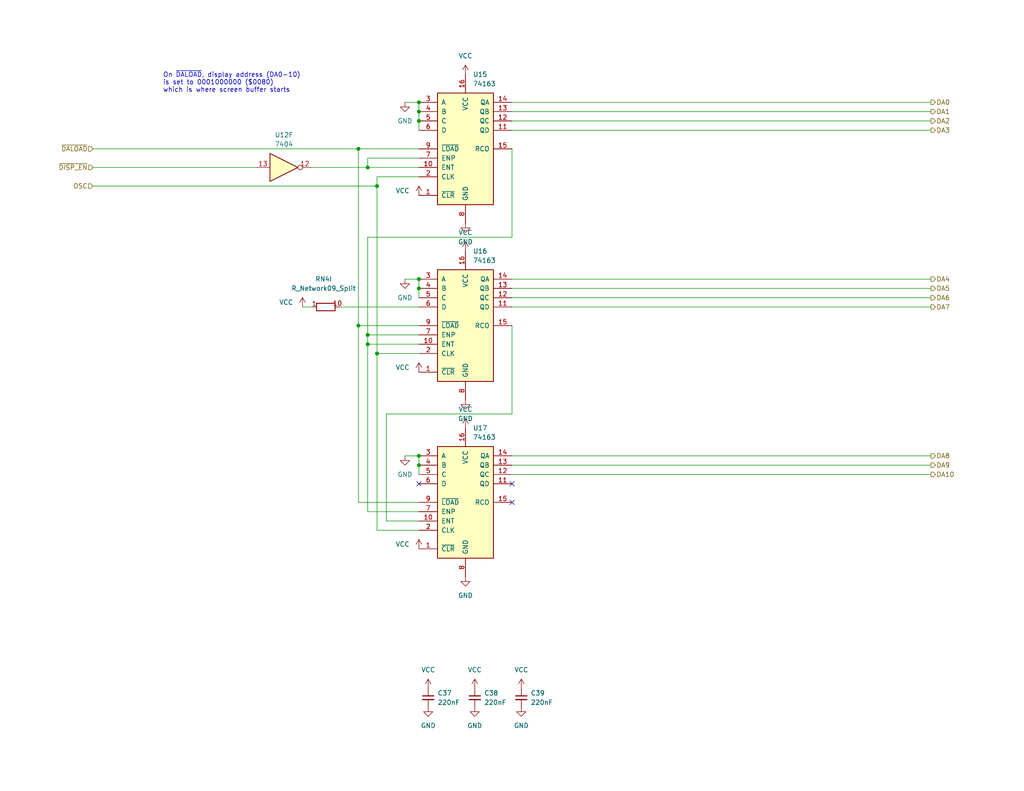
<source format=kicad_sch>
(kicad_sch (version 20230121) (generator eeschema)
  (paper "USLetter")
  (lib_symbols
    (symbol "74xx:74LS04"
      (property "Reference" "U" (at 0 1.27 0))
      (property "Value" "74LS04" (at 0 -1.27 0))
      (symbol "74LS04_1_0"
        (polyline (pts (xy -3.81 3.81) (xy -3.81 -3.81) (xy 3.81 0) (xy -3.81 3.81)) (stroke (width 0.254)) (fill (type background)))
        (pin input line (at -7.62 0 0) (length 3.81) (name "~") (number "1"))
        (pin output inverted (at 7.62 0 180) (length 3.81) (name "~") (number "2"))
      )
      (symbol "74LS04_2_0"
        (polyline (pts (xy -3.81 3.81) (xy -3.81 -3.81) (xy 3.81 0) (xy -3.81 3.81)) (stroke (width 0.254)) (fill (type background)))
        (pin input line (at -7.62 0 0) (length 3.81) (name "~") (number "3"))
        (pin output inverted (at 7.62 0 180) (length 3.81) (name "~") (number "4"))
      )
      (symbol "74LS04_3_0"
        (polyline (pts (xy -3.81 3.81) (xy -3.81 -3.81) (xy 3.81 0) (xy -3.81 3.81)) (stroke (width 0.254)) (fill (type background)))
        (pin input line (at -7.62 0 0) (length 3.81) (name "~") (number "5"))
        (pin output inverted (at 7.62 0 180) (length 3.81) (name "~") (number "6"))
      )
      (symbol "74LS04_4_0"
        (polyline (pts (xy -3.81 3.81) (xy -3.81 -3.81) (xy 3.81 0) (xy -3.81 3.81)) (stroke (width 0.254)) (fill (type background)))
        (pin output inverted (at 7.62 0 180) (length 3.81) (name "~") (number "8"))
        (pin input line (at -7.62 0 0) (length 3.81) (name "~") (number "9"))
      )
      (symbol "74LS04_5_0"
        (polyline (pts (xy -3.81 3.81) (xy -3.81 -3.81) (xy 3.81 0) (xy -3.81 3.81)) (stroke (width 0.254)) (fill (type background)))
        (pin output inverted (at 7.62 0 180) (length 3.81) (name "~") (number "10"))
        (pin input line (at -7.62 0 0) (length 3.81) (name "~") (number "11"))
      )
      (symbol "74LS04_6_0"
        (polyline (pts (xy -3.81 3.81) (xy -3.81 -3.81) (xy 3.81 0) (xy -3.81 3.81)) (stroke (width 0.254)) (fill (type background)))
        (pin output inverted (at 7.62 0 180) (length 3.81) (name "~") (number "12"))
        (pin input line (at -7.62 0 0) (length 3.81) (name "~") (number "13"))
      )
      (symbol "74LS04_7_0"
        (pin power_in line (at 0 12.7 270) (length 5.08) (name "VCC") (number "14"))
        (pin power_in line (at 0 -12.7 90) (length 5.08) (name "GND") (number "7"))
      )
      (symbol "74LS04_7_1"
        (rectangle (start -5.08 7.62) (end 5.08 -7.62) (stroke (width 0.254)) (fill (type background)))
      )
    )
    (symbol "Device:C_Small" (pin_numbers hide) (pin_names (offset 0.254) hide)
      (property "Reference" "C" (at 0.254 1.778 0))
      (property "Value" "C_Small" (at 0.254 -2.032 0))
      (symbol "C_Small_0_1"
        (polyline (pts (xy -1.524 -0.508) (xy 1.524 -0.508)) (stroke (width 0.3302)))
        (polyline (pts (xy -1.524 0.508) (xy 1.524 0.508)) (stroke (width 0.3048)))
      )
      (symbol "C_Small_1_1"
        (pin passive line (at 0 2.54 270) (length 2.032) (name "~") (number "1"))
        (pin passive line (at 0 -2.54 90) (length 2.032) (name "~") (number "2"))
      )
    )
    (symbol "Device:R_Network09_Split" (pin_names (offset 0) hide)
      (property "Reference" "RN" (at 2.032 0 90))
      (property "Value" "R_Network09_Split" (at 0 0 90))
      (symbol "R_Network09_Split_0_1"
        (rectangle (start 1.016 2.54) (end -1.016 -2.54) (stroke (width 0.254)))
      )
      (symbol "R_Network09_Split_1_1"
        (pin passive line (at 0 3.81 270) (length 1.27) (name "R1.1") (number "1"))
        (pin passive line (at 0 -3.81 90) (length 1.27) (name "R1.2") (number "2"))
      )
      (symbol "R_Network09_Split_2_1"
        (polyline (pts (xy 0 2.54) (xy 0 3.81)))
        (text "1" (at 0.889 3.175 900) (effects (font (size 1.27 1.27))))
        (pin passive line (at 0 -3.81 90) (length 1.27) (name "R2.2") (number "3"))
      )
      (symbol "R_Network09_Split_3_1"
        (polyline (pts (xy 0 2.54) (xy 0 3.81)))
        (text "1" (at 0.889 3.175 900) (effects (font (size 1.27 1.27))))
        (pin passive line (at 0 -3.81 90) (length 1.27) (name "R3.2") (number "4"))
      )
      (symbol "R_Network09_Split_4_1"
        (polyline (pts (xy 0 2.54) (xy 0 3.81)))
        (text "1" (at 0.889 3.175 900) (effects (font (size 1.27 1.27))))
        (pin passive line (at 0 -3.81 90) (length 1.27) (name "R4.2") (number "5"))
      )
      (symbol "R_Network09_Split_5_1"
        (polyline (pts (xy 0 2.54) (xy 0 3.81)))
        (text "1" (at 0.889 3.175 900) (effects (font (size 1.27 1.27))))
        (pin passive line (at 0 -3.81 90) (length 1.27) (name "R5.2") (number "6"))
      )
      (symbol "R_Network09_Split_6_1"
        (polyline (pts (xy 0 2.54) (xy 0 3.81)))
        (text "1" (at 0.889 3.175 900) (effects (font (size 1.27 1.27))))
        (pin passive line (at 0 -3.81 90) (length 1.27) (name "R6.2") (number "7"))
      )
      (symbol "R_Network09_Split_7_1"
        (polyline (pts (xy 0 2.54) (xy 0 3.81)))
        (text "1" (at 0.889 3.175 900) (effects (font (size 1.27 1.27))))
        (pin passive line (at 0 -3.81 90) (length 1.27) (name "R7.2") (number "8"))
      )
      (symbol "R_Network09_Split_8_1"
        (polyline (pts (xy 0 2.54) (xy 0 3.81)))
        (text "1" (at 0.889 3.175 900) (effects (font (size 1.27 1.27))))
        (pin passive line (at 0 -3.81 90) (length 1.27) (name "R8.2") (number "9"))
      )
      (symbol "R_Network09_Split_9_1"
        (polyline (pts (xy 0 2.54) (xy 0 3.81)))
        (text "1" (at 0.889 3.175 900) (effects (font (size 1.27 1.27))))
        (pin passive line (at 0 -3.81 90) (length 1.27) (name "R9.2") (number "10"))
      )
    )
    (symbol "ambassador:74163" (pin_names (offset 1.016))
      (property "Reference" "U" (at -7.62 16.51 0))
      (property "Value" "74163" (at -7.62 -16.51 0))
      (symbol "74163_1_0"
        (pin input line (at -12.7 -12.7 0) (length 5.08) (name "~{CLR}") (number "1"))
        (pin input line (at -12.7 -5.08 0) (length 5.08) (name "ENT") (number "10"))
        (pin output line (at 12.7 5.08 180) (length 5.08) (name "QD") (number "11"))
        (pin output line (at 12.7 7.62 180) (length 5.08) (name "QC") (number "12"))
        (pin output line (at 12.7 10.16 180) (length 5.08) (name "QB") (number "13"))
        (pin output line (at 12.7 12.7 180) (length 5.08) (name "QA") (number "14"))
        (pin output line (at 12.7 0 180) (length 5.08) (name "RCO") (number "15"))
        (pin power_in line (at 0 20.32 270) (length 5.08) (name "VCC") (number "16"))
        (pin input line (at -12.7 -7.62 0) (length 5.08) (name "CLK") (number "2"))
        (pin input line (at -12.7 12.7 0) (length 5.08) (name "A") (number "3"))
        (pin input line (at -12.7 10.16 0) (length 5.08) (name "B") (number "4"))
        (pin input line (at -12.7 7.62 0) (length 5.08) (name "C") (number "5"))
        (pin input line (at -12.7 5.08 0) (length 5.08) (name "D") (number "6"))
        (pin input line (at -12.7 -2.54 0) (length 5.08) (name "ENP") (number "7"))
        (pin power_in line (at 0 -20.32 90) (length 5.08) (name "GND") (number "8"))
        (pin input line (at -12.7 0 0) (length 5.08) (name "~{LOAD}") (number "9"))
      )
      (symbol "74163_1_1"
        (rectangle (start -7.62 15.24) (end 7.62 -15.24) (stroke (width 0.254)) (fill (type background)))
      )
    )
    (symbol "power:GND" (power) (pin_names (offset 0))
      (property "Value" "GND" (at 0 -3.81 0))
      (symbol "GND_0_1"
        (polyline (pts (xy 0 0) (xy 0 -1.27) (xy 1.27 -1.27) (xy 0 -2.54) (xy -1.27 -1.27) (xy 0 -1.27)))
      )
      (symbol "GND_1_1"
        (pin power_in line (at 0 0 270) (length 0) hide (name "GND") (number "1"))
      )
    )
    (symbol "power:VCC" (power) (pin_names (offset 0))
      (property "Value" "VCC" (at 0 3.81 0))
      (symbol "VCC_0_1"
        (polyline (pts (xy -0.762 1.27) (xy 0 2.54)))
        (polyline (pts (xy 0 0) (xy 0 2.54)))
        (polyline (pts (xy 0 2.54) (xy 0.762 1.27)))
      )
      (symbol "VCC_1_1"
        (pin power_in line (at 0 0 90) (length 0) hide (name "VCC") (number "1"))
      )
    )
  )
  (junction (at 114.3 124.46))
  (junction (at 102.87 96.52))
  (junction (at 114.3 127))
  (junction (at 100.33 45.72))
  (junction (at 114.3 76.2))
  (junction (at 97.79 40.64))
  (junction (at 114.3 27.94))
  (junction (at 114.3 30.48))
  (junction (at 102.87 50.8))
  (junction (at 97.79 88.9))
  (junction (at 100.33 91.44))
  (junction (at 100.33 93.98))
  (junction (at 114.3 78.74))
  (junction (at 114.3 33.02))
  (no_connect (at 139.7 132.08))
  (no_connect (at 139.7 137.16))
  (no_connect (at 114.3 132.08))
  (wire (pts (xy 114.3 33.02) (xy 114.3 35.56)))
  (wire (pts (xy 100.33 91.44) (xy 100.33 93.98)))
  (wire (pts (xy 69.85 45.72) (xy 25.4 45.72)))
  (wire (pts (xy 100.33 93.98) (xy 100.33 139.7)))
  (wire (pts (xy 254 30.48) (xy 139.7 30.48)))
  (wire (pts (xy 97.79 40.64) (xy 97.79 88.9)))
  (wire (pts (xy 254 127) (xy 139.7 127)))
  (wire (pts (xy 100.33 93.98) (xy 114.3 93.98)))
  (wire (pts (xy 25.4 40.64) (xy 97.79 40.64)))
  (wire (pts (xy 254 35.56) (xy 139.7 35.56)))
  (wire (pts (xy 114.3 27.94) (xy 114.3 30.48)))
  (wire (pts (xy 114.3 129.54) (xy 114.3 127)))
  (wire (pts (xy 254 81.28) (xy 139.7 81.28)))
  (wire (pts (xy 114.3 40.64) (xy 97.79 40.64)))
  (wire (pts (xy 100.33 64.77) (xy 100.33 91.44)))
  (wire (pts (xy 254 83.82) (xy 139.7 83.82)))
  (wire (pts (xy 139.7 88.9) (xy 139.7 113.03)))
  (wire (pts (xy 254 33.02) (xy 139.7 33.02)))
  (wire (pts (xy 114.3 30.48) (xy 114.3 33.02)))
  (wire (pts (xy 105.41 113.03) (xy 105.41 142.24)))
  (wire (pts (xy 102.87 50.8) (xy 102.87 96.52)))
  (wire (pts (xy 114.3 78.74) (xy 114.3 76.2)))
  (wire (pts (xy 100.33 91.44) (xy 114.3 91.44)))
  (wire (pts (xy 102.87 96.52) (xy 102.87 144.78)))
  (wire (pts (xy 97.79 88.9) (xy 97.79 137.16)))
  (wire (pts (xy 254 76.2) (xy 139.7 76.2)))
  (wire (pts (xy 100.33 43.18) (xy 114.3 43.18)))
  (wire (pts (xy 85.09 45.72) (xy 100.33 45.72)))
  (wire (pts (xy 25.4 50.8) (xy 102.87 50.8)))
  (wire (pts (xy 254 124.46) (xy 139.7 124.46)))
  (wire (pts (xy 100.33 45.72) (xy 114.3 45.72)))
  (wire (pts (xy 82.55 83.82) (xy 85.09 83.82)))
  (wire (pts (xy 102.87 144.78) (xy 114.3 144.78)))
  (wire (pts (xy 114.3 83.82) (xy 92.71 83.82)))
  (wire (pts (xy 139.7 113.03) (xy 105.41 113.03)))
  (wire (pts (xy 114.3 127) (xy 114.3 124.46)))
  (wire (pts (xy 139.7 64.77) (xy 100.33 64.77)))
  (wire (pts (xy 105.41 142.24) (xy 114.3 142.24)))
  (wire (pts (xy 97.79 137.16) (xy 114.3 137.16)))
  (wire (pts (xy 102.87 96.52) (xy 114.3 96.52)))
  (wire (pts (xy 254 129.54) (xy 139.7 129.54)))
  (wire (pts (xy 97.79 88.9) (xy 114.3 88.9)))
  (wire (pts (xy 100.33 43.18) (xy 100.33 45.72)))
  (wire (pts (xy 254 78.74) (xy 139.7 78.74)))
  (wire (pts (xy 254 27.94) (xy 139.7 27.94)))
  (wire (pts (xy 114.3 81.28) (xy 114.3 78.74)))
  (wire (pts (xy 110.49 76.2) (xy 114.3 76.2)))
  (wire (pts (xy 100.33 139.7) (xy 114.3 139.7)))
  (wire (pts (xy 114.3 48.26) (xy 102.87 48.26)))
  (wire (pts (xy 110.49 27.94) (xy 114.3 27.94)))
  (wire (pts (xy 102.87 48.26) (xy 102.87 50.8)))
  (wire (pts (xy 139.7 40.64) (xy 139.7 64.77)))
  (wire (pts (xy 110.49 124.46) (xy 114.3 124.46)))
  (text "On ~{DALOAD}, display address (DA0-10)\nis set to 0001000000 ($0080)\nwhich is where screen buffer starts" (at 44.45 25.4 0) (effects (font (size 1.27 1.27)) (justify left bottom)))
  (hierarchical_label "OSC" (shape input) (at 25.4 50.8 180))
  (hierarchical_label "~{DALOAD}" (shape input) (at 25.4 40.64 180))
  (hierarchical_label "DA6" (shape output) (at 254 81.28 0))
  (hierarchical_label "DA7" (shape output) (at 254 83.82 0))
  (hierarchical_label "DA10" (shape output) (at 254 129.54 0))
  (hierarchical_label "DA2" (shape output) (at 254 33.02 0))
  (hierarchical_label "DA9" (shape output) (at 254 127 0))
  (hierarchical_label "~{DISP_EN}" (shape input) (at 25.4 45.72 180))
  (hierarchical_label "DA5" (shape output) (at 254 78.74 0))
  (hierarchical_label "DA4" (shape output) (at 254 76.2 0))
  (hierarchical_label "DA1" (shape output) (at 254 30.48 0))
  (hierarchical_label "DA3" (shape output) (at 254 35.56 0))
  (hierarchical_label "DA8" (shape output) (at 254 124.46 0))
  (hierarchical_label "DA0" (shape output) (at 254 27.94 0))
  (symbol (lib_id "power:VCC") (at 127 68.58 0) (unit 1)
    (property "Reference" "#PWR0346" (effects hide))
    (property "Value" "VCC" (at 127 63.5 0))
  )
  (symbol (lib_id "Device:C_Small") (at 142.24 190.5 0) (unit 1)
    (property "Reference" "C39" (at 144.78 189.2362 0) (effects (justify left)))
    (property "Value" "220nF" (at 144.78 191.7762 0) (effects (justify left)))
    (property "Footprint" "ambassador:C_Disc_D4.3mm_W1.9mm_P6.35mm" (effects hide))
  )
  (symbol (lib_id "power:VCC") (at 129.54 187.96 0) (unit 1)
    (property "Reference" "#PWR0361" (effects hide))
    (property "Value" "VCC" (at 129.54 182.88 0))
  )
  (symbol (lib_id "ambassador:74163") (at 127 88.9 0) (unit 1)
    (property "Reference" "U16" (at 129.0194 68.58 0) (effects (justify left)))
    (property "Value" "74163" (at 129.0194 71.12 0) (effects (justify left)))
    (property "Footprint" "Package_DIP:DIP-16_W7.62mm" (effects hide))
    (property "Datasheet" "https://www.ti.com/lit/ds/symlink/sn74s163.pdf" (effects hide))
  )
  (symbol (lib_id "power:GND") (at 116.84 193.04 0) (unit 1)
    (property "Reference" "#PWR0358" (effects hide))
    (property "Value" "GND" (at 116.84 198.12 0))
  )
  (symbol (lib_id "power:GND") (at 110.49 27.94 0) (unit 1)
    (property "Reference" "#PWR0351" (effects hide))
    (property "Value" "GND" (at 110.49 33.02 0))
  )
  (symbol (lib_id "ambassador:74163") (at 127 137.16 0) (unit 1)
    (property "Reference" "U17" (at 129.0194 116.84 0) (effects (justify left)))
    (property "Value" "74163" (at 129.0194 119.38 0) (effects (justify left)))
    (property "Footprint" "Package_DIP:DIP-16_W7.62mm" (effects hide))
    (property "Datasheet" "https://www.ti.com/lit/ds/symlink/sn74s163.pdf" (effects hide))
  )
  (symbol (lib_id "power:GND") (at 110.49 76.2 0) (unit 1)
    (property "Reference" "#PWR0353" (effects hide))
    (property "Value" "GND" (at 110.49 81.28 0))
  )
  (symbol (lib_id "Device:C_Small") (at 129.54 190.5 0) (unit 1)
    (property "Reference" "C38" (at 132.08 189.2362 0) (effects (justify left)))
    (property "Value" "220nF" (at 132.08 191.7762 0) (effects (justify left)))
    (property "Footprint" "ambassador:C_Disc_D4.3mm_W1.9mm_P6.35mm" (effects hide))
  )
  (symbol (lib_id "power:GND") (at 127 157.48 0) (unit 1)
    (property "Reference" "#PWR0348" (effects hide))
    (property "Value" "GND" (at 127 162.56 0))
  )
  (symbol (lib_id "power:VCC") (at 116.84 187.96 0) (unit 1)
    (property "Reference" "#PWR0359" (effects hide))
    (property "Value" "VCC" (at 116.84 182.88 0))
  )
  (symbol (lib_id "power:VCC") (at 127 116.84 0) (unit 1)
    (property "Reference" "#PWR0347" (effects hide))
    (property "Value" "VCC" (at 127 111.76 0))
  )
  (symbol (lib_id "74xx:74LS04") (at 77.47 45.72 0) (unit 6)
    (property "Reference" "U12" (at 77.47 36.83 0))
    (property "Value" "7404" (at 77.47 39.37 0))
    (property "Footprint" "Package_DIP:DIP-14_W7.62mm" (effects hide))
    (property "Datasheet" "http://www.ti.com/lit/gpn/sn74LS04" (effects hide))
  )
  (symbol (lib_id "power:GND") (at 142.24 193.04 0) (unit 1)
    (property "Reference" "#PWR0362" (effects hide))
    (property "Value" "GND" (at 142.24 198.12 0))
  )
  (symbol (lib_id "ambassador:74163") (at 127 40.64 0) (unit 1)
    (property "Reference" "U15" (at 129.0194 20.32 0) (effects (justify left)))
    (property "Value" "74163" (at 129.0194 22.86 0) (effects (justify left)))
    (property "Footprint" "Package_DIP:DIP-16_W7.62mm" (effects hide))
    (property "Datasheet" "https://www.ti.com/lit/ds/symlink/sn74s163.pdf" (effects hide))
  )
  (symbol (lib_id "power:GND") (at 127 60.96 0) (unit 1)
    (property "Reference" "#PWR0350" (effects hide))
    (property "Value" "GND" (at 127 66.04 0))
  )
  (symbol (lib_id "Device:C_Small") (at 116.84 190.5 0) (unit 1)
    (property "Reference" "C37" (at 119.38 189.2362 0) (effects (justify left)))
    (property "Value" "220nF" (at 119.38 191.7762 0) (effects (justify left)))
    (property "Footprint" "ambassador:C_Disc_D4.3mm_W1.9mm_P6.35mm" (effects hide))
  )
  (symbol (lib_id "power:VCC") (at 142.24 187.96 0) (unit 1)
    (property "Reference" "#PWR0360" (effects hide))
    (property "Value" "VCC" (at 142.24 182.88 0))
  )
  (symbol (lib_id "power:GND") (at 110.49 124.46 0) (unit 1)
    (property "Reference" "#PWR0352" (effects hide))
    (property "Value" "GND" (at 110.49 129.54 0))
  )
  (symbol (lib_id "power:GND") (at 129.54 193.04 0) (unit 1)
    (property "Reference" "#PWR0363" (effects hide))
    (property "Value" "GND" (at 129.54 198.12 0))
  )
  (symbol (lib_id "power:VCC") (at 114.3 101.6 0) (unit 1)
    (property "Reference" "#PWR0356" (effects hide))
    (property "Value" "VCC" (at 111.76 100.3299 0) (effects (justify right)))
  )
  (symbol (lib_id "power:VCC") (at 127 20.32 0) (unit 1)
    (property "Reference" "#PWR0345" (effects hide))
    (property "Value" "VCC" (at 127 15.24 0))
  )
  (symbol (lib_id "power:VCC") (at 82.55 83.82 0) (unit 1)
    (property "Reference" "#PWR016" (effects hide))
    (property "Value" "VCC" (at 80.01 82.5499 0) (effects (justify right)))
  )
  (symbol (lib_id "Device:R_Network09_Split") (at 88.9 83.82 90) (unit 9)
    (property "Reference" "RN4" (at 88.3039 76.2 90))
    (property "Value" "R_Network09_Split" (at 88.3039 78.74 90))
    (property "Footprint" "Resistor_THT:R_Array_SIP10" (effects hide))
    (property "Datasheet" "http://www.vishay.com/docs/31509/csc.pdf" (effects hide))
  )
  (symbol (lib_id "power:GND") (at 127 109.22 0) (unit 1)
    (property "Reference" "#PWR0349" (effects hide))
    (property "Value" "GND" (at 127 114.3 0))
  )
  (symbol (lib_id "power:VCC") (at 114.3 149.86 0) (unit 1)
    (property "Reference" "#PWR0355" (effects hide))
    (property "Value" "VCC" (at 111.76 148.5899 0) (effects (justify right)))
  )
  (symbol (lib_id "power:VCC") (at 114.3 53.34 0) (unit 1)
    (property "Reference" "#PWR0354" (effects hide))
    (property "Value" "VCC" (at 111.76 52.0699 0) (effects (justify right)))
  )
)
</source>
